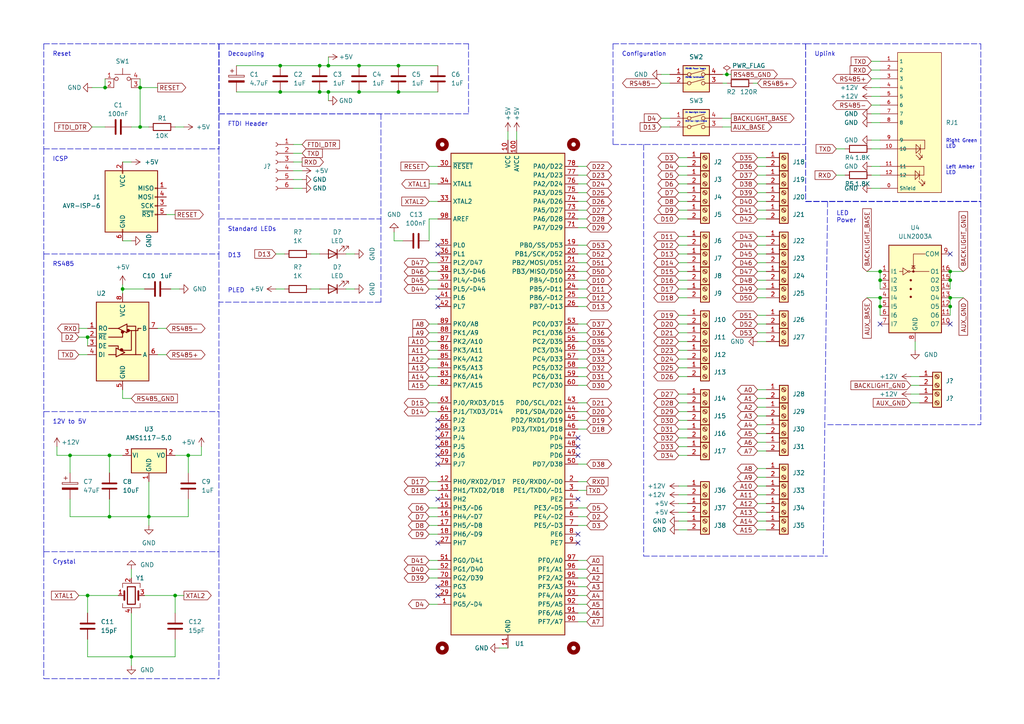
<source format=kicad_sch>
(kicad_sch (version 20211123) (generator eeschema)
  (paper "A4")
  (title_block (title "DCS-BIOS Mega Slave") (date "2022-08-29") (rev "1") (company "Maciej Swic"))
  (junction (at 81.28 19.05))
  (junction (at 255.27 86.36))
  (junction (at 30.48 25.4))
  (junction (at 275.59 81.28))
  (junction (at 275.59 88.9))
  (junction (at 20.32 132.08))
  (junction (at 25.4 172.72))
  (junction (at 104.14 19.05))
  (junction (at 43.18 149.86))
  (junction (at 31.75 132.08))
  (junction (at 115.57 26.67))
  (junction (at 275.59 86.36))
  (junction (at 275.59 78.74))
  (junction (at 95.25 26.67))
  (junction (at 115.57 19.05))
  (junction (at 255.27 81.28))
  (junction (at 92.71 19.05))
  (junction (at 255.27 88.9))
  (junction (at 92.71 26.67))
  (junction (at 25.4 97.79))
  (junction (at 31.75 149.86))
  (junction (at 35.56 83.82))
  (junction (at 50.8 172.72))
  (junction (at 210.82 21.59))
  (junction (at 40.64 25.4))
  (junction (at 104.14 26.67))
  (junction (at 54.61 132.08))
  (junction (at 38.1 190.5))
  (junction (at 40.64 36.83))
  (junction (at 81.28 26.67))
  (junction (at 255.27 78.74))
  (junction (at 95.25 19.05))
  (no_connect (at 167.64 129.54))
  (no_connect (at 167.64 132.08))
  (no_connect (at 167.64 127))
  (no_connect (at 255.27 93.98))
  (no_connect (at 127 73.66))
  (no_connect (at 127 71.12))
  (no_connect (at 127 86.36))
  (no_connect (at 127 88.9))
  (no_connect (at 127 127))
  (no_connect (at 127 129.54))
  (no_connect (at 127 132.08))
  (no_connect (at 127 134.62))
  (no_connect (at 167.64 144.78))
  (no_connect (at 167.64 154.94))
  (no_connect (at 167.64 157.48))
  (no_connect (at 127 144.78))
  (no_connect (at 127 121.92))
  (no_connect (at 127 124.46))
  (no_connect (at 127 157.48))
  (no_connect (at 127 170.18))
  (no_connect (at 127 172.72))
  (no_connect (at 275.59 93.98))
  (no_connect (at 275.59 73.66))
  (polyline (pts (xy 177.8 12.7) (xy 177.8 41.91)))
  (polyline (pts (xy 135.89 12.7) (xy 135.89 33.02)))
  (wire (pts (xy 191.77 36.83) (xy 194.31 36.83)))
  (wire (pts (xy 43.18 139.7) (xy 43.18 149.86)))
  (wire (pts (xy 196.85 143.51) (xy 199.39 143.51)))
  (wire (pts (xy 95.25 26.67) (xy 104.14 26.67)))
  (wire (pts (xy 219.71 73.66) (xy 222.25 73.66)))
  (wire (pts (xy 251.46 86.36) (xy 255.27 86.36)))
  (wire (pts (xy 252.73 30.48) (xy 255.27 30.48)))
  (polyline (pts (xy 63.5 33.02) (xy 135.89 33.02)))
  (wire (pts (xy 219.71 120.65) (xy 222.25 120.65)))
  (wire (pts (xy 26.67 36.83) (xy 30.48 36.83)))
  (wire (pts (xy 219.71 138.43) (xy 222.25 138.43)))
  (wire (pts (xy 196.85 101.6) (xy 199.39 101.6)))
  (polyline (pts (xy 186.69 41.91) (xy 186.69 161.29)))
  (wire (pts (xy 252.73 43.18) (xy 255.27 43.18)))
  (wire (pts (xy 45.72 95.25) (xy 48.26 95.25)))
  (wire (pts (xy 20.32 149.86) (xy 31.75 149.86)))
  (wire (pts (xy 252.73 35.56) (xy 255.27 35.56)))
  (wire (pts (xy 255.27 81.28) (xy 255.27 83.82)))
  (wire (pts (xy 219.71 63.5) (xy 222.25 63.5)))
  (wire (pts (xy 167.64 71.12) (xy 170.18 71.12)))
  (wire (pts (xy 127 111.76) (xy 124.46 111.76)))
  (wire (pts (xy 196.85 109.22) (xy 199.39 109.22)))
  (wire (pts (xy 167.64 55.88) (xy 170.18 55.88)))
  (wire (pts (xy 219.71 48.26) (xy 222.25 48.26)))
  (wire (pts (xy 196.85 50.8) (xy 199.39 50.8)))
  (wire (pts (xy 40.64 25.4) (xy 40.64 36.83)))
  (wire (pts (xy 219.71 125.73) (xy 222.25 125.73)))
  (wire (pts (xy 275.59 88.9) (xy 275.59 91.44)))
  (wire (pts (xy 124.46 162.56) (xy 127 162.56)))
  (wire (pts (xy 170.18 142.24) (xy 167.64 142.24)))
  (wire (pts (xy 124.46 165.1) (xy 127 165.1)))
  (wire (pts (xy 31.75 132.08) (xy 31.75 137.16)))
  (wire (pts (xy 40.64 22.86) (xy 40.64 25.4)))
  (wire (pts (xy 20.32 132.08) (xy 20.32 137.16)))
  (wire (pts (xy 219.71 83.82) (xy 222.25 83.82)))
  (wire (pts (xy 167.64 88.9) (xy 170.18 88.9)))
  (wire (pts (xy 35.56 113.03) (xy 35.56 115.57)))
  (wire (pts (xy 251.46 78.74) (xy 255.27 78.74)))
  (polyline (pts (xy 233.68 58.42) (xy 284.48 58.42)))
  (wire (pts (xy 167.64 165.1) (xy 170.18 165.1)))
  (wire (pts (xy 196.85 129.54) (xy 199.39 129.54)))
  (polyline (pts (xy 63.5 12.7) (xy 63.5 33.02)))
  (wire (pts (xy 40.64 25.4) (xy 45.72 25.4)))
  (wire (pts (xy 167.64 81.28) (xy 170.18 81.28)))
  (wire (pts (xy 196.85 86.36) (xy 199.39 86.36)))
  (wire (pts (xy 31.75 149.86) (xy 43.18 149.86)))
  (wire (pts (xy 196.85 153.67) (xy 199.39 153.67)))
  (wire (pts (xy 26.67 25.4) (xy 30.48 25.4)))
  (wire (pts (xy 219.71 135.89) (xy 222.25 135.89)))
  (wire (pts (xy 255.27 86.36) (xy 255.27 88.9)))
  (wire (pts (xy 167.64 86.36) (xy 170.18 86.36)))
  (wire (pts (xy 252.73 22.86) (xy 255.27 22.86)))
  (wire (pts (xy 68.58 19.05) (xy 81.28 19.05)))
  (wire (pts (xy 25.4 185.42) (xy 25.4 190.5)))
  (wire (pts (xy 196.85 45.72) (xy 199.39 45.72)))
  (wire (pts (xy 219.71 151.13) (xy 222.25 151.13)))
  (wire (pts (xy 219.71 76.2) (xy 222.25 76.2)))
  (polyline (pts (xy 63.5 12.7) (xy 135.89 12.7)))
  (polyline (pts (xy 233.68 12.7) (xy 233.68 58.42)))
  (wire (pts (xy 170.18 147.32) (xy 167.64 147.32)))
  (polyline (pts (xy 63.5 12.7) (xy 63.5 43.18)))
  (polyline (pts (xy 284.48 58.42) (xy 284.48 123.19)))
  (wire (pts (xy 219.71 78.74) (xy 222.25 78.74)))
  (wire (pts (xy 104.14 26.67) (xy 115.57 26.67)))
  (wire (pts (xy 196.85 76.2) (xy 199.39 76.2)))
  (wire (pts (xy 58.42 129.54) (xy 58.42 132.08)))
  (wire (pts (xy 31.75 132.08) (xy 35.56 132.08)))
  (wire (pts (xy 124.46 154.94) (xy 127 154.94)))
  (wire (pts (xy 219.71 143.51) (xy 222.25 143.51)))
  (wire (pts (xy 219.71 148.59) (xy 222.25 148.59)))
  (wire (pts (xy 167.64 66.04) (xy 170.18 66.04)))
  (wire (pts (xy 87.63 49.53) (xy 85.09 49.53)))
  (wire (pts (xy 196.85 58.42) (xy 199.39 58.42)))
  (wire (pts (xy 209.55 34.29) (xy 212.09 34.29)))
  (wire (pts (xy 196.85 73.66) (xy 199.39 73.66)))
  (wire (pts (xy 219.71 53.34) (xy 222.25 53.34)))
  (polyline (pts (xy 110.49 33.02) (xy 110.49 63.5)))
  (wire (pts (xy 50.8 132.08) (xy 54.61 132.08)))
  (wire (pts (xy 219.71 113.03) (xy 222.25 113.03)))
  (wire (pts (xy 81.28 26.67) (xy 92.71 26.67)))
  (wire (pts (xy 252.73 27.94) (xy 255.27 27.94)))
  (wire (pts (xy 80.01 83.82) (xy 82.55 83.82)))
  (wire (pts (xy 167.64 53.34) (xy 170.18 53.34)))
  (wire (pts (xy 196.85 83.82) (xy 199.39 83.82)))
  (wire (pts (xy 50.8 190.5) (xy 38.1 190.5)))
  (wire (pts (xy 219.71 93.98) (xy 222.25 93.98)))
  (wire (pts (xy 196.85 148.59) (xy 199.39 148.59)))
  (wire (pts (xy 124.46 167.64) (xy 127 167.64)))
  (wire (pts (xy 49.53 83.82) (xy 52.07 83.82)))
  (wire (pts (xy 54.61 132.08) (xy 54.61 137.16)))
  (wire (pts (xy 124.46 139.7) (xy 127 139.7)))
  (wire (pts (xy 196.85 106.68) (xy 199.39 106.68)))
  (wire (pts (xy 279.4 86.36) (xy 275.59 86.36)))
  (wire (pts (xy 255.27 88.9) (xy 255.27 91.44)))
  (wire (pts (xy 25.4 172.72) (xy 34.29 172.72)))
  (wire (pts (xy 167.64 162.56) (xy 170.18 162.56)))
  (polyline (pts (xy 63.5 33.02) (xy 110.49 33.02)))
  (polyline (pts (xy 12.7 160.02) (xy 12.7 196.85)))
  (polyline (pts (xy 177.8 12.7) (xy 233.68 12.7)))
  (polyline (pts (xy 12.7 119.38) (xy 12.7 160.02)))
  (wire (pts (xy 22.86 97.79) (xy 25.4 97.79)))
  (wire (pts (xy 124.46 149.86) (xy 127 149.86)))
  (wire (pts (xy 210.82 21.59) (xy 212.09 21.59)))
  (wire (pts (xy 95.25 19.05) (xy 104.14 19.05)))
  (wire (pts (xy 219.71 130.81) (xy 222.25 130.81)))
  (polyline (pts (xy 63.5 43.18) (xy 63.5 73.66)))
  (wire (pts (xy 196.85 71.12) (xy 199.39 71.12)))
  (wire (pts (xy 100.33 83.82) (xy 102.87 83.82)))
  (wire (pts (xy 219.71 68.58) (xy 222.25 68.58)))
  (wire (pts (xy 38.1 36.83) (xy 40.64 36.83)))
  (wire (pts (xy 196.85 63.5) (xy 199.39 63.5)))
  (wire (pts (xy 167.64 101.6) (xy 170.18 101.6)))
  (wire (pts (xy 167.64 99.06) (xy 170.18 99.06)))
  (wire (pts (xy 209.55 36.83) (xy 212.09 36.83)))
  (wire (pts (xy 196.85 48.26) (xy 199.39 48.26)))
  (wire (pts (xy 40.64 36.83) (xy 43.18 36.83)))
  (wire (pts (xy 167.64 63.5) (xy 170.18 63.5)))
  (wire (pts (xy 252.73 40.64) (xy 255.27 40.64)))
  (wire (pts (xy 219.71 96.52) (xy 222.25 96.52)))
  (polyline (pts (xy 284.48 12.7) (xy 284.48 58.42)))
  (wire (pts (xy 167.64 60.96) (xy 170.18 60.96)))
  (polyline (pts (xy 240.03 123.19) (xy 284.48 123.19)))
  (wire (pts (xy 104.14 19.05) (xy 115.57 19.05)))
  (wire (pts (xy 196.85 104.14) (xy 199.39 104.14)))
  (wire (pts (xy 275.59 86.36) (xy 275.59 88.9)))
  (wire (pts (xy 127 81.28) (xy 124.46 81.28)))
  (wire (pts (xy 255.27 78.74) (xy 255.27 81.28)))
  (polyline (pts (xy 12.7 196.85) (xy 63.5 196.85)))
  (polyline (pts (xy 110.49 87.63) (xy 63.5 87.63)))
  (wire (pts (xy 87.63 41.91) (xy 85.09 41.91)))
  (wire (pts (xy 252.73 20.32) (xy 255.27 20.32)))
  (wire (pts (xy 35.56 82.55) (xy 35.56 83.82)))
  (wire (pts (xy 54.61 149.86) (xy 54.61 144.78)))
  (wire (pts (xy 41.91 172.72) (xy 50.8 172.72)))
  (wire (pts (xy 219.71 123.19) (xy 222.25 123.19)))
  (wire (pts (xy 196.85 127) (xy 199.39 127)))
  (wire (pts (xy 196.85 114.3) (xy 199.39 114.3)))
  (wire (pts (xy 279.4 78.74) (xy 275.59 78.74)))
  (wire (pts (xy 167.64 93.98) (xy 170.18 93.98)))
  (wire (pts (xy 48.26 62.23) (xy 50.8 62.23)))
  (wire (pts (xy 31.75 149.86) (xy 31.75 144.78)))
  (wire (pts (xy 124.46 175.26) (xy 127 175.26)))
  (polyline (pts (xy 233.68 58.42) (xy 284.48 58.42)))
  (wire (pts (xy 124.46 142.24) (xy 127 142.24)))
  (wire (pts (xy 209.55 24.13) (xy 210.82 24.13)))
  (polyline (pts (xy 233.68 12.7) (xy 284.48 12.7)))
  (wire (pts (xy 196.85 119.38) (xy 199.39 119.38)))
  (wire (pts (xy 115.57 26.67) (xy 127 26.67)))
  (wire (pts (xy 196.85 151.13) (xy 199.39 151.13)))
  (wire (pts (xy 16.51 132.08) (xy 20.32 132.08)))
  (wire (pts (xy 127 63.5) (xy 124.46 63.5)))
  (wire (pts (xy 196.85 55.88) (xy 199.39 55.88)))
  (wire (pts (xy 196.85 121.92) (xy 199.39 121.92)))
  (wire (pts (xy 219.71 58.42) (xy 222.25 58.42)))
  (wire (pts (xy 219.71 71.12) (xy 222.25 71.12)))
  (wire (pts (xy 219.71 60.96) (xy 222.25 60.96)))
  (wire (pts (xy 95.25 16.51) (xy 95.25 19.05)))
  (wire (pts (xy 167.64 50.8) (xy 170.18 50.8)))
  (wire (pts (xy 90.17 73.66) (xy 92.71 73.66)))
  (wire (pts (xy 196.85 116.84) (xy 199.39 116.84)))
  (wire (pts (xy 127 76.2) (xy 124.46 76.2)))
  (wire (pts (xy 219.71 118.11) (xy 222.25 118.11)))
  (wire (pts (xy 95.25 26.67) (xy 95.25 29.21)))
  (polyline (pts (xy 12.7 12.7) (xy 63.5 12.7)))
  (wire (pts (xy 50.8 172.72) (xy 53.34 172.72)))
  (wire (pts (xy 219.71 24.13) (xy 218.44 24.13)))
  (wire (pts (xy 87.63 46.99) (xy 85.09 46.99)))
  (wire (pts (xy 264.16 116.84) (xy 266.7 116.84)))
  (wire (pts (xy 196.85 60.96) (xy 199.39 60.96)))
  (wire (pts (xy 127 83.82) (xy 124.46 83.82)))
  (wire (pts (xy 252.73 33.02) (xy 255.27 33.02)))
  (wire (pts (xy 114.3 69.85) (xy 114.3 67.31)))
  (polyline (pts (xy 12.7 12.7) (xy 12.7 43.18)))
  (wire (pts (xy 16.51 129.54) (xy 16.51 132.08)))
  (wire (pts (xy 124.46 119.38) (xy 127 119.38)))
  (wire (pts (xy 167.64 106.68) (xy 170.18 106.68)))
  (wire (pts (xy 127 78.74) (xy 124.46 78.74)))
  (wire (pts (xy 196.85 146.05) (xy 199.39 146.05)))
  (polyline (pts (xy 12.7 73.66) (xy 12.7 119.38)))
  (wire (pts (xy 20.32 132.08) (xy 31.75 132.08)))
  (wire (pts (xy 196.85 53.34) (xy 199.39 53.34)))
  (wire (pts (xy 87.63 52.07) (xy 85.09 52.07)))
  (wire (pts (xy 80.01 73.66) (xy 82.55 73.66)))
  (wire (pts (xy 167.64 121.92) (xy 170.18 121.92)))
  (wire (pts (xy 196.85 93.98) (xy 199.39 93.98)))
  (wire (pts (xy 170.18 149.86) (xy 167.64 149.86)))
  (wire (pts (xy 196.85 81.28) (xy 199.39 81.28)))
  (wire (pts (xy 100.33 73.66) (xy 102.87 73.66)))
  (wire (pts (xy 127 99.06) (xy 124.46 99.06)))
  (wire (pts (xy 124.46 53.34) (xy 127 53.34)))
  (wire (pts (xy 167.64 96.52) (xy 170.18 96.52)))
  (wire (pts (xy 124.46 58.42) (xy 127 58.42)))
  (wire (pts (xy 50.8 185.42) (xy 50.8 190.5)))
  (polyline (pts (xy 12.7 73.66) (xy 63.5 73.66)))
  (wire (pts (xy 87.63 54.61) (xy 85.09 54.61)))
  (wire (pts (xy 219.71 45.72) (xy 222.25 45.72)))
  (wire (pts (xy 167.64 124.46) (xy 170.18 124.46)))
  (polyline (pts (xy 233.68 12.7) (xy 233.68 58.42)))
  (wire (pts (xy 252.73 17.78) (xy 255.27 17.78)))
  (wire (pts (xy 196.85 124.46) (xy 199.39 124.46)))
  (wire (pts (xy 30.48 22.86) (xy 30.48 25.4)))
  (wire (pts (xy 196.85 96.52) (xy 199.39 96.52)))
  (wire (pts (xy 167.64 48.26) (xy 170.18 48.26)))
  (wire (pts (xy 252.73 48.26) (xy 255.27 48.26)))
  (polyline (pts (xy 233.68 58.42) (xy 284.48 58.42)))
  (wire (pts (xy 167.64 119.38) (xy 170.18 119.38)))
  (wire (pts (xy 43.18 149.86) (xy 54.61 149.86)))
  (wire (pts (xy 167.64 170.18) (xy 170.18 170.18)))
  (wire (pts (xy 147.32 38.1) (xy 147.32 40.64)))
  (wire (pts (xy 92.71 19.05) (xy 95.25 19.05)))
  (wire (pts (xy 43.18 149.86) (xy 43.18 152.4)))
  (polyline (pts (xy 63.5 160.02) (xy 63.5 196.85)))
  (wire (pts (xy 167.64 104.14) (xy 170.18 104.14)))
  (wire (pts (xy 167.64 172.72) (xy 170.18 172.72)))
  (wire (pts (xy 170.18 152.4) (xy 167.64 152.4)))
  (wire (pts (xy 196.85 140.97) (xy 199.39 140.97)))
  (wire (pts (xy 90.17 83.82) (xy 92.71 83.82)))
  (polyline (pts (xy 186.69 161.29) (xy 240.03 161.29)))
  (wire (pts (xy 219.71 81.28) (xy 222.25 81.28)))
  (wire (pts (xy 35.56 83.82) (xy 35.56 85.09)))
  (wire (pts (xy 264.16 109.22) (xy 266.7 109.22)))
  (wire (pts (xy 22.86 172.72) (xy 25.4 172.72)))
  (polyline (pts (xy 63.5 73.66) (xy 63.5 119.38)))
  (wire (pts (xy 196.85 68.58) (xy 199.39 68.58)))
  (wire (pts (xy 167.64 180.34) (xy 170.18 180.34)))
  (wire (pts (xy 38.1 190.5) (xy 38.1 193.04)))
  (wire (pts (xy 167.64 134.62) (xy 170.18 134.62)))
  (wire (pts (xy 219.71 50.8) (xy 222.25 50.8)))
  (wire (pts (xy 124.46 152.4) (xy 127 152.4)))
  (wire (pts (xy 196.85 99.06) (xy 199.39 99.06)))
  (wire (pts (xy 149.86 38.1) (xy 149.86 40.64)))
  (polyline (pts (xy 63.5 119.38) (xy 63.5 160.02)))
  (wire (pts (xy 219.71 55.88) (xy 222.25 55.88)))
  (wire (pts (xy 252.73 25.4) (xy 255.27 25.4)))
  (wire (pts (xy 35.56 115.57) (xy 38.1 115.57)))
  (wire (pts (xy 264.16 111.76) (xy 266.7 111.76)))
  (wire (pts (xy 115.57 19.05) (xy 127 19.05)))
  (wire (pts (xy 167.64 58.42) (xy 170.18 58.42)))
  (polyline (pts (xy 12.7 160.02) (xy 63.5 160.02)))
  (wire (pts (xy 22.86 95.25) (xy 25.4 95.25)))
  (wire (pts (xy 219.71 140.97) (xy 222.25 140.97)))
  (wire (pts (xy 242.57 43.18) (xy 245.11 43.18)))
  (wire (pts (xy 219.71 99.06) (xy 222.25 99.06)))
  (wire (pts (xy 191.77 24.13) (xy 194.31 24.13)))
  (wire (pts (xy 219.71 91.44) (xy 222.25 91.44)))
  (wire (pts (xy 242.57 50.8) (xy 245.11 50.8)))
  (wire (pts (xy 219.71 153.67) (xy 222.25 153.67)))
  (wire (pts (xy 127 101.6) (xy 124.46 101.6)))
  (wire (pts (xy 265.43 99.06) (xy 265.43 101.6)))
  (wire (pts (xy 124.46 147.32) (xy 127 147.32)))
  (wire (pts (xy 22.86 102.87) (xy 25.4 102.87)))
  (wire (pts (xy 127 104.14) (xy 124.46 104.14)))
  (wire (pts (xy 25.4 172.72) (xy 25.4 177.8)))
  (wire (pts (xy 167.64 78.74) (xy 170.18 78.74)))
  (wire (pts (xy 127 96.52) (xy 124.46 96.52)))
  (wire (pts (xy 127 109.22) (xy 124.46 109.22)))
  (polyline (pts (xy 12.7 119.38) (xy 63.5 119.38)))
  (wire (pts (xy 167.64 73.66) (xy 170.18 73.66)))
  (wire (pts (xy 170.18 139.7) (xy 167.64 139.7)))
  (wire (pts (xy 196.85 91.44) (xy 199.39 91.44)))
  (wire (pts (xy 127 93.98) (xy 124.46 93.98)))
  (wire (pts (xy 124.46 63.5) (xy 124.46 69.85)))
  (wire (pts (xy 127 106.68) (xy 124.46 106.68)))
  (polyline (pts (xy 12.7 43.18) (xy 63.5 43.18)))
  (wire (pts (xy 167.64 76.2) (xy 170.18 76.2)))
  (wire (pts (xy 191.77 34.29) (xy 194.31 34.29)))
  (wire (pts (xy 124.46 48.26) (xy 127 48.26)))
  (wire (pts (xy 35.56 69.85) (xy 38.1 69.85)))
  (polyline (pts (xy 12.7 43.18) (xy 12.7 73.66)))
  (wire (pts (xy 219.71 128.27) (xy 222.25 128.27)))
  (wire (pts (xy 196.85 78.74) (xy 199.39 78.74)))
  (wire (pts (xy 38.1 165.1) (xy 38.1 167.64)))
  (wire (pts (xy 219.71 115.57) (xy 222.25 115.57)))
  (wire (pts (xy 219.71 86.36) (xy 222.25 86.36)))
  (wire (pts (xy 196.85 132.08) (xy 199.39 132.08)))
  (wire (pts (xy 54.61 132.08) (xy 58.42 132.08)))
  (wire (pts (xy 144.78 187.96) (xy 147.32 187.96)))
  (wire (pts (xy 81.28 19.05) (xy 92.71 19.05)))
  (wire (pts (xy 219.71 146.05) (xy 222.25 146.05)))
  (wire (pts (xy 167.64 116.84) (xy 170.18 116.84)))
  (polyline (pts (xy 177.8 41.91) (xy 233.68 41.91)))
  (polyline (pts (xy 240.03 58.42) (xy 238.76 161.29)))
  (wire (pts (xy 35.56 83.82) (xy 41.91 83.82)))
  (wire (pts (xy 25.4 190.5) (xy 38.1 190.5)))
  (wire (pts (xy 252.73 50.8) (xy 255.27 50.8)))
  (polyline (pts (xy 110.49 63.5) (xy 110.49 87.63)))
  (wire (pts (xy 50.8 172.72) (xy 50.8 177.8)))
  (wire (pts (xy 20.32 144.78) (xy 20.32 149.86)))
  (wire (pts (xy 191.77 21.59) (xy 194.31 21.59)))
  (wire (pts (xy 116.84 69.85) (xy 114.3 69.85)))
  (wire (pts (xy 167.64 175.26) (xy 170.18 175.26)))
  (wire (pts (xy 167.64 177.8) (xy 170.18 177.8)))
  (wire (pts (xy 25.4 97.79) (xy 25.4 100.33)))
  (wire (pts (xy 275.59 78.74) (xy 275.59 81.28)))
  (wire (pts (xy 124.46 116.84) (xy 127 116.84)))
  (wire (pts (xy 209.55 21.59) (xy 210.82 21.59)))
  (wire (pts (xy 68.58 26.67) (xy 81.28 26.67)))
  (wire (pts (xy 53.34 36.83) (xy 50.8 36.83)))
  (wire (pts (xy 167.64 111.76) (xy 170.18 111.76)))
  (wire (pts (xy 38.1 177.8) (xy 38.1 190.5)))
  (wire (pts (xy 87.63 44.45) (xy 85.09 44.45)))
  (polyline (pts (xy 63.5 63.5) (xy 110.49 63.5)))
  (wire (pts (xy 264.16 114.3) (xy 266.7 114.3)))
  (wire (pts (xy 167.64 83.82) (xy 170.18 83.82)))
  (wire (pts (xy 45.72 102.87) (xy 48.26 102.87)))
  (wire (pts (xy 167.64 167.64) (xy 170.18 167.64)))
  (wire (pts (xy 92.71 26.67) (xy 95.25 26.67)))
  (wire (pts (xy 167.64 109.22) (xy 170.18 109.22)))
  (wire (pts (xy 275.59 81.28) (xy 275.59 83.82)))
  (polyline (pts (xy 63.5 12.7) (xy 63.5 43.18)))
  (wire (pts (xy 38.1 46.99) (xy 35.56 46.99)))
  (wire (pts (xy 252.73 54.61) (xy 255.27 54.61)))
  (text "RS485" (at 15.24 77.47 0) (effects (font (size 1.27 1.27)) (justify left bottom)))
  (text "Reset" (at 15.24 16.51 0) (effects (font (size 1.27 1.27)) (justify left bottom)))
  (text "LED\nPower" (at 242.57 64.77 0) (effects (font (size 1.27 1.27)) (justify left bottom)))
  (text "Right Green\nLED" (at 274.32 43.18 0) (effects (font (size 1.016 1.016)) (justify left bottom)))
  (text "Configuration" (at 180.34 16.51 0) (effects (font (size 1.27 1.27)) (justify left bottom)))
  (text "Crystal" (at 15.24 163.83 0) (effects (font (size 1.27 1.27)) (justify left bottom)))
  (text "Standard LEDs" (at 66.04 67.31 0) (effects (font (size 1.27 1.27)) (justify left bottom)))
  (text "Decoupling" (at 66.04 16.51 0) (effects (font (size 1.27 1.27)) (justify left bottom)))
  (text "Left Amber\nLED" (at 274.32 50.8 0) (effects (font (size 1.016 1.016)) (justify left bottom)))
  (text "RS485 Termination" (at 198.755 22.86 0) (effects (font (size 0.381 0.381)) (justify left bottom)))
  (text "D4 Backlight Enable" (at 198.755 33.02 0) (effects (font (size 0.381 0.381)) (justify left bottom)))
  (text "12V to 5V" (at 15.24 123.19 0) (effects (font (size 1.27 1.27)) (justify left bottom)))
  (text "RS485 Power Toggle" (at 198.755 20.32 0) (effects (font (size 0.381 0.381)) (justify left bottom)))
  (text "Uplink" (at 236.22 16.51 0) (effects (font (size 1.27 1.27)) (justify left bottom)))
  (text "D13 Aux Light Enable" (at 198.755 35.56 0) (effects (font (size 0.381 0.381)) (justify left bottom)))
  (text "D13" (at 66.04 74.93 0) (effects (font (size 1.27 1.27)) (justify left bottom)))
  (text "FTDI Header" (at 66.04 36.83 0) (effects (font (size 1.27 1.27)) (justify left bottom)))
  (text "ICSP" (at 15.24 46.99 0) (effects (font (size 1.27 1.27)) (justify left bottom)))
  (text "PLED" (at 66.04 85.09 0) (effects (font (size 1.27 1.27)) (justify left bottom)))
  (global_label "D34" (shape bidirectional) (at 170.18 101.6 0) (property "Intersheet References" "${INTERSHEET_REFS}" (effects hide)))
  (global_label "A12" (shape input) (at 124.46 104.14 180) (property "Intersheet References" "${INTERSHEET_REFS}" (effects hide)))
  (global_label "D12" (shape bidirectional) (at 196.85 71.12 180) (property "Intersheet References" "${INTERSHEET_REFS}" (effects hide)))
  (global_label "D31" (shape bidirectional) (at 196.85 124.46 180) (property "Intersheet References" "${INTERSHEET_REFS}" (effects hide)))
  (global_label "RXD" (shape output) (at 22.86 95.25 180) (property "Intersheet References" "${INTERSHEET_REFS}" (effects hide)))
  (global_label "RXD" (shape input) (at 242.57 50.8 180) (property "Intersheet References" "${INTERSHEET_REFS}" (effects hide)))
  (global_label "XTAL1" (shape input) (at 22.86 172.72 180) (property "Intersheet References" "${INTERSHEET_REFS}" (effects hide)))
  (global_label "D13" (shape bidirectional) (at 196.85 73.66 180) (property "Intersheet References" "${INTERSHEET_REFS}" (effects hide)))
  (global_label "D13" (shape input) (at 80.01 73.66 180) (property "Intersheet References" "${INTERSHEET_REFS}" (effects hide)))
  (global_label "A2" (shape input) (at 170.18 167.64 0) (property "Intersheet References" "${INTERSHEET_REFS}" (effects hide)))
  (global_label "D28" (shape bidirectional) (at 196.85 116.84 180) (property "Intersheet References" "${INTERSHEET_REFS}" (effects hide)))
  (global_label "A9" (shape input) (at 124.46 96.52 180) (property "Intersheet References" "${INTERSHEET_REFS}" (effects hide)))
  (global_label "A11" (shape bidirectional) (at 219.71 143.51 180) (property "Intersheet References" "${INTERSHEET_REFS}" (effects hide)))
  (global_label "A6" (shape bidirectional) (at 219.71 128.27 180) (property "Intersheet References" "${INTERSHEET_REFS}" (effects hide)))
  (global_label "A3" (shape input) (at 170.18 170.18 0) (property "Intersheet References" "${INTERSHEET_REFS}" (effects hide)))
  (global_label "D7" (shape bidirectional) (at 124.46 149.86 180) (property "Intersheet References" "${INTERSHEET_REFS}" (effects hide)))
  (global_label "A7" (shape bidirectional) (at 219.71 130.81 180) (property "Intersheet References" "${INTERSHEET_REFS}" (effects hide)))
  (global_label "D25" (shape bidirectional) (at 170.18 55.88 0) (property "Intersheet References" "${INTERSHEET_REFS}" (effects hide)))
  (global_label "D36" (shape bidirectional) (at 170.18 96.52 0) (property "Intersheet References" "${INTERSHEET_REFS}" (effects hide)))
  (global_label "AUX_GND" (shape input) (at 264.16 116.84 180) (property "Intersheet References" "${INTERSHEET_REFS}" (effects hide)))
  (global_label "D21" (shape bidirectional) (at 170.18 116.84 0) (property "Intersheet References" "${INTERSHEET_REFS}" (effects hide)))
  (global_label "D27" (shape bidirectional) (at 196.85 114.3 180) (property "Intersheet References" "${INTERSHEET_REFS}" (effects hide)))
  (global_label "D53" (shape bidirectional) (at 170.18 71.12 0) (property "Intersheet References" "${INTERSHEET_REFS}" (effects hide)))
  (global_label "A8" (shape input) (at 124.46 93.98 180) (property "Intersheet References" "${INTERSHEET_REFS}" (effects hide)))
  (global_label "D18" (shape bidirectional) (at 124.46 142.24 180) (property "Intersheet References" "${INTERSHEET_REFS}" (effects hide)))
  (global_label "A14" (shape bidirectional) (at 219.71 151.13 180) (property "Intersheet References" "${INTERSHEET_REFS}" (effects hide)))
  (global_label "RS485-" (shape bidirectional) (at 48.26 95.25 0) (property "Intersheet References" "${INTERSHEET_REFS}" (effects hide)))
  (global_label "D46" (shape bidirectional) (at 124.46 78.74 180) (property "Intersheet References" "${INTERSHEET_REFS}" (effects hide)))
  (global_label "D44" (shape bidirectional) (at 219.71 71.12 180) (property "Intersheet References" "${INTERSHEET_REFS}" (effects hide)))
  (global_label "AUX_GND" (shape input) (at 279.4 86.36 270) (property "Intersheet References" "${INTERSHEET_REFS}" (effects hide)))
  (global_label "A5" (shape bidirectional) (at 219.71 125.73 180) (property "Intersheet References" "${INTERSHEET_REFS}" (effects hide)))
  (global_label "D15" (shape bidirectional) (at 124.46 116.84 180) (property "Intersheet References" "${INTERSHEET_REFS}" (effects hide)))
  (global_label "A13" (shape input) (at 124.46 106.68 180) (property "Intersheet References" "${INTERSHEET_REFS}" (effects hide)))
  (global_label "D47" (shape bidirectional) (at 219.71 78.74 180) (property "Intersheet References" "${INTERSHEET_REFS}" (effects hide)))
  (global_label "BACKLIGHT_GND" (shape input) (at 279.4 78.74 90) (property "Intersheet References" "${INTERSHEET_REFS}" (effects hide)))
  (global_label "TXD" (shape input) (at 252.73 17.78 180) (property "Intersheet References" "${INTERSHEET_REFS}" (effects hide)))
  (global_label "D50" (shape bidirectional) (at 219.71 86.36 180) (property "Intersheet References" "${INTERSHEET_REFS}" (effects hide)))
  (global_label "D33" (shape bidirectional) (at 170.18 104.14 0) (property "Intersheet References" "${INTERSHEET_REFS}" (effects hide)))
  (global_label "D52" (shape bidirectional) (at 219.71 93.98 180) (property "Intersheet References" "${INTERSHEET_REFS}" (effects hide)))
  (global_label "A15" (shape input) (at 124.46 111.76 180) (property "Intersheet References" "${INTERSHEET_REFS}" (effects hide)))
  (global_label "TXD" (shape input) (at 22.86 102.87 180) (property "Intersheet References" "${INTERSHEET_REFS}" (effects hide)))
  (global_label "D40" (shape bidirectional) (at 219.71 58.42 180) (property "Intersheet References" "${INTERSHEET_REFS}" (effects hide)))
  (global_label "TXD" (shape output) (at 170.18 142.24 0) (property "Intersheet References" "${INTERSHEET_REFS}" (effects hide)))
  (global_label "A2" (shape bidirectional) (at 219.71 118.11 180) (property "Intersheet References" "${INTERSHEET_REFS}" (effects hide)))
  (global_label "RESET" (shape output) (at 45.72 25.4 0) (property "Intersheet References" "${INTERSHEET_REFS}" (effects hide)))
  (global_label "D53" (shape bidirectional) (at 219.71 96.52 180) (property "Intersheet References" "${INTERSHEET_REFS}" (effects hide)))
  (global_label "TXD" (shape input) (at 242.57 43.18 180) (property "Intersheet References" "${INTERSHEET_REFS}" (effects hide)))
  (global_label "RXD" (shape input) (at 252.73 20.32 180) (property "Intersheet References" "${INTERSHEET_REFS}" (effects hide)))
  (global_label "D29" (shape bidirectional) (at 196.85 119.38 180) (property "Intersheet References" "${INTERSHEET_REFS}" (effects hide)))
  (global_label "A7" (shape input) (at 170.18 180.34 0) (property "Intersheet References" "${INTERSHEET_REFS}" (effects hide)))
  (global_label "D24" (shape bidirectional) (at 170.18 53.34 0) (property "Intersheet References" "${INTERSHEET_REFS}" (effects hide)))
  (global_label "D14" (shape bidirectional) (at 196.85 76.2 180) (property "Intersheet References" "${INTERSHEET_REFS}" (effects hide)))
  (global_label "A4" (shape bidirectional) (at 219.71 123.19 180) (property "Intersheet References" "${INTERSHEET_REFS}" (effects hide)))
  (global_label "D39" (shape bidirectional) (at 219.71 55.88 180) (property "Intersheet References" "${INTERSHEET_REFS}" (effects hide)))
  (global_label "D38" (shape bidirectional) (at 170.18 134.62 0) (property "Intersheet References" "${INTERSHEET_REFS}" (effects hide)))
  (global_label "D13" (shape input) (at 191.77 36.83 180) (property "Intersheet References" "${INTERSHEET_REFS}" (effects hide)))
  (global_label "A6" (shape input) (at 170.18 177.8 0) (property "Intersheet References" "${INTERSHEET_REFS}" (effects hide)))
  (global_label "D46" (shape bidirectional) (at 219.71 76.2 180) (property "Intersheet References" "${INTERSHEET_REFS}" (effects hide)))
  (global_label "AUX_BASE" (shape input) (at 251.46 86.36 270) (property "Intersheet References" "${INTERSHEET_REFS}" (effects hide)))
  (global_label "D26" (shape bidirectional) (at 170.18 58.42 0) (property "Intersheet References" "${INTERSHEET_REFS}" (effects hide)))
  (global_label "XTAL1" (shape output) (at 124.46 53.34 180) (property "Intersheet References" "${INTERSHEET_REFS}" (effects hide)))
  (global_label "D51" (shape bidirectional) (at 219.71 91.44 180) (property "Intersheet References" "${INTERSHEET_REFS}" (effects hide)))
  (global_label "A1" (shape input) (at 170.18 165.1 0) (property "Intersheet References" "${INTERSHEET_REFS}" (effects hide)))
  (global_label "D8" (shape bidirectional) (at 124.46 152.4 180) (property "Intersheet References" "${INTERSHEET_REFS}" (effects hide)))
  (global_label "D10" (shape bidirectional) (at 196.85 63.5 180) (property "Intersheet References" "${INTERSHEET_REFS}" (effects hide)))
  (global_label "D35" (shape bidirectional) (at 170.18 99.06 0) (property "Intersheet References" "${INTERSHEET_REFS}" (effects hide)))
  (global_label "D23" (shape bidirectional) (at 196.85 101.6 180) (property "Intersheet References" "${INTERSHEET_REFS}" (effects hide)))
  (global_label "D48" (shape bidirectional) (at 219.71 81.28 180) (property "Intersheet References" "${INTERSHEET_REFS}" (effects hide)))
  (global_label "A10" (shape input) (at 124.46 99.06 180) (property "Intersheet References" "${INTERSHEET_REFS}" (effects hide)))
  (global_label "XTAL2" (shape output) (at 53.34 172.72 0) (property "Intersheet References" "${INTERSHEET_REFS}" (effects hide)))
  (global_label "D30" (shape bidirectional) (at 196.85 121.92 180) (property "Intersheet References" "${INTERSHEET_REFS}" (effects hide)))
  (global_label "D28" (shape bidirectional) (at 170.18 63.5 0) (property "Intersheet References" "${INTERSHEET_REFS}" (effects hide)))
  (global_label "D52" (shape bidirectional) (at 170.18 73.66 0) (property "Intersheet References" "${INTERSHEET_REFS}" (effects hide)))
  (global_label "D42" (shape bidirectional) (at 219.71 63.5 180) (property "Intersheet References" "${INTERSHEET_REFS}" (effects hide)))
  (global_label "RS485+" (shape bidirectional) (at 219.71 24.13 0) (property "Intersheet References" "${INTERSHEET_REFS}" (effects hide)))
  (global_label "D5" (shape bidirectional) (at 170.18 147.32 0) (property "Intersheet References" "${INTERSHEET_REFS}" (effects hide)))
  (global_label "D25" (shape bidirectional) (at 196.85 106.68 180) (property "Intersheet References" "${INTERSHEET_REFS}" (effects hide)))
  (global_label "D32" (shape bidirectional) (at 170.18 106.68 0) (property "Intersheet References" "${INTERSHEET_REFS}" (effects hide)))
  (global_label "A0" (shape input) (at 170.18 162.56 0) (property "Intersheet References" "${INTERSHEET_REFS}" (effects hide)))
  (global_label "D9" (shape bidirectional) (at 124.46 154.94 180) (property "Intersheet References" "${INTERSHEET_REFS}" (effects hide)))
  (global_label "D4" (shape input) (at 191.77 34.29 180) (property "Intersheet References" "${INTERSHEET_REFS}" (effects hide)))
  (global_label "RS485-" (shape bidirectional) (at 191.77 24.13 180) (property "Intersheet References" "${INTERSHEET_REFS}" (effects hide)))
  (global_label "FTDI_DTR" (shape input) (at 26.67 36.83 180) (property "Intersheet References" "${INTERSHEET_REFS}" (effects hide)))
  (global_label "D6" (shape bidirectional) (at 196.85 53.34 180) (property "Intersheet References" "${INTERSHEET_REFS}" (effects hide)))
  (global_label "D49" (shape bidirectional) (at 219.71 83.82 180) (property "Intersheet References" "${INTERSHEET_REFS}" (effects hide)))
  (global_label "D33" (shape bidirectional) (at 196.85 129.54 180) (property "Intersheet References" "${INTERSHEET_REFS}" (effects hide)))
  (global_label "RS485-" (shape bidirectional) (at 252.73 30.48 180) (property "Intersheet References" "${INTERSHEET_REFS}" (effects hide)))
  (global_label "TXD" (shape input) (at 87.63 44.45 0) (property "Intersheet References" "${INTERSHEET_REFS}" (effects hide)))
  (global_label "D19" (shape bidirectional) (at 170.18 121.92 0) (property "Intersheet References" "${INTERSHEET_REFS}" (effects hide)))
  (global_label "D4" (shape bidirectional) (at 124.46 175.26 180) (property "Intersheet References" "${INTERSHEET_REFS}" (effects hide)))
  (global_label "RXD" (shape input) (at 170.18 139.7 0) (property "Intersheet References" "${INTERSHEET_REFS}" (effects hide)))
  (global_label "A10" (shape bidirectional) (at 219.71 140.97 180) (property "Intersheet References" "${INTERSHEET_REFS}" (effects hide)))
  (global_label "D13" (shape bidirectional) (at 170.18 88.9 0) (property "Intersheet References" "${INTERSHEET_REFS}" (effects hide)))
  (global_label "D29" (shape bidirectional) (at 170.18 66.04 0) (property "Intersheet References" "${INTERSHEET_REFS}" (effects hide)))
  (global_label "D18" (shape bidirectional) (at 196.85 86.36 180) (property "Intersheet References" "${INTERSHEET_REFS}" (effects hide)))
  (global_label "D20" (shape bidirectional) (at 196.85 93.98 180) (property "Intersheet References" "${INTERSHEET_REFS}" (effects hide)))
  (global_label "D38" (shape bidirectional) (at 219.71 53.34 180) (property "Intersheet References" "${INTERSHEET_REFS}" (effects hide)))
  (global_label "D43" (shape bidirectional) (at 219.71 68.58 180) (property "Intersheet References" "${INTERSHEET_REFS}" (effects hide)))
  (global_label "D24" (shape bidirectional) (at 196.85 104.14 180) (property "Intersheet References" "${INTERSHEET_REFS}" (effects hide)))
  (global_label "D6" (shape bidirectional) (at 124.46 147.32 180) (property "Intersheet References" "${INTERSHEET_REFS}" (effects hide)))
  (global_label "D2" (shape input) (at 22.86 97.79 180) (property "Intersheet References" "${INTERSHEET_REFS}" (effects hide)))
  (global_label "D12" (shape bidirectional) (at 170.18 86.36 0) (property "Intersheet References" "${INTERSHEET_REFS}" (effects hide)))
  (global_label "D5" (shape bidirectional) (at 196.85 50.8 180) (property "Intersheet References" "${INTERSHEET_REFS}" (effects hide)))
  (global_label "A1" (shape bidirectional) (at 219.71 115.57 180) (property "Intersheet References" "${INTERSHEET_REFS}" (effects hide)))
  (global_label "RESET" (shape input) (at 124.46 48.26 180) (property "Intersheet References" "${INTERSHEET_REFS}" (effects hide)))
  (global_label "D50" (shape bidirectional) (at 170.18 78.74 0) (property "Intersheet References" "${INTERSHEET_REFS}" (effects hide)))
  (global_label "D23" (shape bidirectional) (at 170.18 50.8 0) (property "Intersheet References" "${INTERSHEET_REFS}" (effects hide)))
  (global_label "D9" (shape bidirectional) (at 196.85 60.96 180) (property "Intersheet References" "${INTERSHEET_REFS}" (effects hide)))
  (global_label "D47" (shape bidirectional) (at 124.46 76.2 180) (property "Intersheet References" "${INTERSHEET_REFS}" (effects hide)))
  (global_label "AUX_BASE" (shape output) (at 212.09 36.83 0) (property "Intersheet References" "${INTERSHEET_REFS}" (effects hide)))
  (global_label "BACKLIGHT_BASE" (shape output) (at 212.09 34.29 0) (property "Intersheet References" "${INTERSHEET_REFS}" (effects hide)))
  (global_label "D2" (shape bidirectional) (at 170.18 149.86 0) (property "Intersheet References" "${INTERSHEET_REFS}" (effects hide)))
  (global_label "D19" (shape bidirectional) (at 196.85 91.44 180) (property "Intersheet References" "${INTERSHEET_REFS}" (effects hide)))
  (global_label "A15" (shape bidirectional) (at 219.71 153.67 180) (property "Intersheet References" "${INTERSHEET_REFS}" (effects hide)))
  (global_label "D39" (shape bidirectional) (at 124.46 167.64 180) (property "Intersheet References" "${INTERSHEET_REFS}" (effects hide)))
  (global_label "BACKLIGHT_BASE" (shape input) (at 251.46 78.74 90) (property "Intersheet References" "${INTERSHEET_REFS}" (effects hide)))
  (global_label "D32" (shape bidirectional) (at 196.85 127 180) (property "Intersheet References" "${INTERSHEET_REFS}" (effects hide)))
  (global_label "D26" (shape bidirectional) (at 196.85 109.22 180) (property "Intersheet References" "${INTERSHEET_REFS}" (effects hide)))
  (global_label "D18" (shape bidirectional) (at 170.18 124.46 0) (property "Intersheet References" "${INTERSHEET_REFS}" (effects hide)))
  (global_label "RXD" (shape output) (at 87.63 46.99 0) (property "Intersheet References" "${INTERSHEET_REFS}" (effects hide)))
  (global_label "D7" (shape bidirectional) (at 196.85 55.88 180) (property "Intersheet References" "${INTERSHEET_REFS}" (effects hide)))
  (global_label "D4" (shape bidirectional) (at 196.85 48.26 180) (property "Intersheet References" "${INTERSHEET_REFS}" (effects hide)))
  (global_label "RESET" (shape output) (at 50.8 62.23 0) (property "Intersheet References" "${INTERSHEET_REFS}" (effects hide)))
  (global_label "D51" (shape bidirectional) (at 170.18 76.2 0) (property "Intersheet References" "${INTERSHEET_REFS}" (effects hide)))
  (global_label "D30" (shape bidirectional) (at 170.18 111.76 0) (property "Intersheet References" "${INTERSHEET_REFS}" (effects hide)))
  (global_label "D3" (shape bidirectional) (at 170.18 152.4 0) (property "Intersheet References" "${INTERSHEET_REFS}" (effects hide)))
  (global_label "D41" (shape bidirectional) (at 124.46 162.56 180) (property "Intersheet References" "${INTERSHEET_REFS}" (effects hide)))
  (global_label "D15" (shape bidirectional) (at 196.85 78.74 180) (property "Intersheet References" "${INTERSHEET_REFS}" (effects hide)))
  (global_label "D3" (shape bidirectional) (at 196.85 45.72 180) (property "Intersheet References" "${INTERSHEET_REFS}" (effects hide)))
  (global_label "D35" (shape bidirectional) (at 219.71 45.72 180) (property "Intersheet References" "${INTERSHEET_REFS}" (effects hide)))
  (global_label "D14" (shape bidirectional) (at 124.46 119.38 180) (property "Intersheet References" "${INTERSHEET_REFS}" (effects hide)))
  (global_label "A11" (shape input) (at 124.46 101.6 180) (property "Intersheet References" "${INTERSHEET_REFS}" (effects hide)))
  (global_label "BACKLIGHT_GND" (shape input) (at 264.16 111.76 180) (property "Intersheet References" "${INTERSHEET_REFS}" (effects hide)))
  (global_label "D44" (shape bidirectional) (at 124.46 83.82 180) (property "Intersheet References" "${INTERSHEET_REFS}" (effects hide)))
  (global_label "RS485+" (shape bidirectional) (at 48.26 102.87 0) (property "Intersheet References" "${INTERSHEET_REFS}" (effects hide)))
  (global_label "RS485_GND" (shape input) (at 38.1 115.57 0) (property "Intersheet References" "${INTERSHEET_REFS}" (effects hide)))
  (global_label "D22" (shape bidirectional) (at 170.18 48.26 0) (property "Intersheet References" "${INTERSHEET_REFS}" (effects hide)))
  (global_label "D20" (shape bidirectional) (at 170.18 119.38 0) (property "Intersheet References" "${INTERSHEET_REFS}" (effects hide)))
  (global_label "D36" (shape bidirectional) (at 219.71 48.26 180) (property "Intersheet References" "${INTERSHEET_REFS}" (effects hide)))
  (global_label "XTAL2" (shape input) (at 124.46 58.42 180) (property "Intersheet References" "${INTERSHEET_REFS}" (effects hide)))
  (global_label "A13" (shape bidirectional) (at 219.71 148.59 180) (property "Intersheet References" "${INTERSHEET_REFS}" (effects hide)))
  (global_label "D11" (shape bidirectional) (at 170.18 83.82 0) (property "Intersheet References" "${INTERSHEET_REFS}" (effects hide)))
  (global_label "D17" (shape bidirectional) (at 124.46 139.7 180) (property "Intersheet References" "${INTERSHEET_REFS}" (effects hide)))
  (global_label "D45" (shape bidirectional) (at 124.46 81.28 180) (property "Intersheet References" "${INTERSHEET_REFS}" (effects hide)))
  (global_label "D34" (shape bidirectional) (at 196.85 132.08 180) (property "Intersheet References" "${INTERSHEET_REFS}" (effects hide)))
  (global_label "D8" (shape bidirectional) (at 196.85 58.42 180) (property "Intersheet References" "${INTERSHEET_REFS}" (effects hide)))
  (global_label "D40" (shape bidirectional) (at 124.46 165.1 180) (property "Intersheet References" "${INTERSHEET_REFS}" (effects hide)))
  (global_label "A4" (shape input) (at 170.18 172.72 0) (property "Intersheet References" "${INTERSHEET_REFS}" (effects hide)))
  (global_label "D31" (shape bidirectional) (at 170.18 109.22 0) (property "Intersheet References" "${INTERSHEET_REFS}" (effects hide)))
  (global_label "D11" (shape bidirectional) (at 196.85 68.58 180) (property "Intersheet References" "${INTERSHEET_REFS}" (effects hide)))
  (global_label "D22" (shape bidirectional) (at 196.85 99.06 180) (property "Intersheet References" "${INTERSHEET_REFS}" (effects hide)))
  (global_label "A14" (shape input) (at 124.46 109.22 180) (property "Intersheet References" "${INTERSHEET_REFS}" (effects hide)))
  (global_label "D21" (shape bidirectional) (at 196.85 96.52 180) (property "Intersheet References" "${INTERSHEET_REFS}" (effects hide)))
  (global_label "A5" (shape input) (at 170.18 175.26 0) (property "Intersheet References" "${INTERSHEET_REFS}" (effects hide)))
  (global_label "A12" (shape bidirectional) (at 219.71 146.05 180) (property "Intersheet References" "${INTERSHEET_REFS}" (effects hide)))
  (global_label "D27" (shape bidirectional) (at 170.18 60.96 0) (property "Intersheet References" "${INTERSHEET_REFS}" (effects hide)))
  (global_label "FTDI_DTR" (shape input) (at 87.63 41.91 0) (property "Intersheet References" "${INTERSHEET_REFS}" (effects hide)))
  (global_label "D41" (shape bidirectional) (at 219.71 60.96 180) (property "Intersheet References" "${INTERSHEET_REFS}" (effects hide)))
  (global_label "D37" (shape bidirectional) (at 170.18 93.98 0) (property "Intersheet References" "${INTERSHEET_REFS}" (effects hide)))
  (global_label "A3" (shape bidirectional) (at 219.71 120.65 180) (property "Intersheet References" "${INTERSHEET_REFS}" (effects hide)))
  (global_label "A0" (shape bidirectional) (at 219.71 113.03 180) (property "Intersheet References" "${INTERSHEET_REFS}" (effects hide)))
  (global_label "D16" (shape bidirectional) (at 196.85 81.28 180) (property "Intersheet References" "${INTERSHEET_REFS}" (effects hide)))
  (global_label "RS485_GND" (shape output) (at 212.09 21.59 0) (property "Intersheet References" "${INTERSHEET_REFS}" (effects hide)))
  (global_label "RS485+" (shape bidirectional) (at 252.73 22.86 180) (property "Intersheet References" "${INTERSHEET_REFS}" (effects hide)))
  (global_label "A8" (shape bidirectional) (at 219.71 135.89 180) (property "Intersheet References" "${INTERSHEET_REFS}" (effects hide)))
  (global_label "D17" (shape bidirectional) (at 196.85 83.82 180) (property "Intersheet References" "${INTERSHEET_REFS}" (effects hide)))
  (global_label "D45" (shape bidirectional) (at 219.71 73.66 180) (property "Intersheet References" "${INTERSHEET_REFS}" (effects hide)))
  (global_label "A9" (shape bidirectional) (at 219.71 138.43 180) (property "Intersheet References" "${INTERSHEET_REFS}" (effects hide)))
  (global_label "D37" (shape bidirectional) (at 219.71 50.8 180) (property "Intersheet References" "${INTERSHEET_REFS}" (effects hide)))
  (global_label "D10" (shape bidirectional) (at 170.18 81.28 0) (property "Intersheet References" "${INTERSHEET_REFS}" (effects hide)))
  (symbol (lib_id "Device:C") (at 81.28 22.86 0) (unit 1)
    (property "Reference" "C2" (at 85.09 21.5899 0) (effects (justify left)))
    (property "Value" "1uF" (at 85.09 24.1299 0) (effects (justify left)))
    (property "Footprint" "A10 KiCad Libraries:C0402" (effects hide))
    (property "LCSC" "C52923" (effects hide))
  )
  (symbol (lib_id "Connector:Screw_Terminal_01x02") (at 271.78 109.22 0) (unit 1)
    (property "Reference" "J?" (at 274.32 110.4899 0) (effects (justify left)))
    (property "Value" "Screw_Terminal_01x02" (effects hide))
    (property "Footprint" "A10 KiCad Libraries:CONN-TH_WJ126V-5.0-2P" (effects hide))
    (property "LCSC" "C8404" (effects hide))
  )
  (symbol (lib_id "Device:Crystal_GND24") (at 38.1 172.72 0) (unit 1)
    (property "Reference" "Y1" (at 40.64 167.64 0))
    (property "Value" "Crystal_GND24" (effects hide))
    (property "Footprint" "Crystal:Crystal_SMD_3225-4Pin_3.2x2.5mm" (effects hide))
    (property "LCSC" "C13738" (effects hide))
  )
  (symbol (lib_id "power:GND") (at 219.71 99.06 270) (unit 1)
    (property "Reference" "#PWR04" (effects hide))
    (property "Value" "GND" (at 215.9 99.0599 90) (effects (justify right)))
  )
  (symbol (lib_id "power:GND") (at 252.73 35.56 270) (unit 1)
    (property "Reference" "#PWR08" (effects hide))
    (property "Value" "GND" (at 248.92 35.5599 90) (effects (justify right)))
  )
  (symbol (lib_id "Connector:Screw_Terminal_01x02") (at 227.33 140.97 0) (unit 1)
    (property "Reference" "J33" (at 229.87 142.2399 0) (effects (justify left)))
    (property "Value" "Screw_Terminal_01x02" (effects hide))
    (property "Footprint" "A10 KiCad Libraries:CONN-TH_WJ126V-5.0-2P" (effects hide))
    (property "LCSC" "C8404" (effects hide))
  )
  (symbol (lib_id "power:+5V") (at 80.01 83.82 90) (unit 1)
    (property "Reference" "#PWR?" (effects hide))
    (property "Value" "+5V" (at 72.39 83.82 90) (effects (justify right)))
  )
  (symbol (lib_id "Connector:Screw_Terminal_01x02") (at 227.33 135.89 0) (unit 1)
    (property "Reference" "J32" (at 229.87 137.1599 0) (effects (justify left)))
    (property "Value" "Screw_Terminal_01x02" (effects hide))
    (property "Footprint" "A10 KiCad Libraries:CONN-TH_WJ126V-5.0-2P" (effects hide))
    (property "LCSC" "C8404" (effects hide))
  )
  (symbol (lib_id "Device:R") (at 86.36 83.82 90) (unit 1)
    (property "Reference" "R?" (at 86.36 77.47 90))
    (property "Value" "1K" (at 86.36 80.01 90))
    (property "Footprint" "Resistor_SMD:R_0805_2012Metric" (effects hide))
    (property "LCSC" "C17513" (effects hide))
  )
  (symbol (lib_id "Connector:Screw_Terminal_01x02") (at 204.47 119.38 0) (unit 1)
    (property "Reference" "J15" (at 207.01 120.6499 0) (effects (justify left)))
    (property "Value" "Screw_Terminal_01x02" (effects hide))
    (property "Footprint" "A10 KiCad Libraries:CONN-TH_WJ126V-5.0-2P" (effects hide))
    (property "LCSC" "C8404" (effects hide))
  )
  (symbol (lib_id "power:GND") (at 252.73 48.26 270) (unit 1)
    (property "Reference" "#PWR010" (effects hide))
    (property "Value" "GND" (at 248.92 48.2599 90) (effects (justify right)))
  )
  (symbol (lib_id "Device:C") (at 120.65 69.85 90) (unit 1)
    (property "Reference" "C13" (at 120.65 62.23 90))
    (property "Value" "100nF" (at 120.65 64.77 90))
    (property "Footprint" "A10 KiCad Libraries:C0402" (effects hide))
    (property "LCSC" "C1525" (effects hide))
  )
  (symbol (lib_id "power:+5V") (at 35.56 82.55 0) (unit 1)
    (property "Reference" "#PWR?" (effects hide))
    (property "Value" "+5V" (at 35.56 77.47 0))
  )
  (symbol (lib_id "Device:C") (at 50.8 181.61 0) (unit 1)
    (property "Reference" "C12" (at 54.61 180.3399 0) (effects (justify left)))
    (property "Value" "15pF" (at 54.61 182.8799 0) (effects (justify left)))
    (property "Footprint" "A10 KiCad Libraries:C0402" (effects hide))
    (property "LCSC" "C1548" (effects hide))
  )
  (symbol (lib_id "power:GND") (at 265.43 101.6 0) (unit 1)
    (property "Reference" "#PWR?" (effects hide))
    (property "Value" "GND" (at 267.97 102.8699 0) (effects (justify left)))
  )
  (symbol (lib_id "power:GND") (at 38.1 193.04 0) (unit 1)
    (property "Reference" "#PWR?" (effects hide))
    (property "Value" "GND" (at 40.64 194.3099 0) (effects (justify left)))
  )
  (symbol (lib_id "power:GND") (at 95.25 29.21 90) (unit 1)
    (property "Reference" "#PWR02" (effects hide))
    (property "Value" "GND" (at 100.33 29.21 90))
  )
  (symbol (lib_id "Transistor_Array:ULN2003A") (at 265.43 83.82 0) (unit 1)
    (property "Reference" "U4" (at 265.43 66.04 0))
    (property "Value" "ULN2003A" (at 265.43 68.58 0))
    (property "Footprint" "A10 KiCad Libraries:SOP-16_L10.0-W3.9-P1.27-LS6.0-BL" (effects hide))
    (property "Datasheet" "http://www.ti.com/lit/ds/symlink/uln2003a.pdf" (effects hide))
    (property "LCSC" "C7512" (effects hide))
  )
  (symbol (lib_id "Device:R") (at 248.92 43.18 270) (unit 1)
    (property "Reference" "R4" (at 246.38 45.72 90))
    (property "Value" "1.8K" (at 250.19 45.72 90))
    (property "Footprint" "Resistor_SMD:R_0805_2012Metric" (effects hide))
    (property "LCSC" "C17398" (effects hide))
  )
  (symbol (lib_id "Connector:Screw_Terminal_01x02") (at 204.47 83.82 0) (unit 1)
    (property "Reference" "J9" (at 207.01 85.0899 0) (effects (justify left)))
    (property "Value" "Screw_Terminal_01x02" (effects hide))
    (property "Footprint" "A10 KiCad Libraries:CONN-TH_WJ126V-5.0-2P" (effects hide))
    (property "LCSC" "C8404" (effects hide))
  )
  (symbol (lib_id "Mechanical:MountingHole") (at 166.37 187.96 0) (unit 1)
    (property "Reference" "H?" (effects hide))
    (property "Value" "MountingHole" (effects hide))
    (property "Footprint" "MountingHole:MountingHole_3.2mm_M3" (effects hide))
  )
  (symbol (lib_id "power:+5V") (at 149.86 38.1 0) (unit 1)
    (property "Reference" "#PWR?" (effects hide))
    (property "Value" "+5V" (at 149.86 33.02 90))
  )
  (symbol (lib_id "power:GND") (at 252.73 40.64 270) (unit 1)
    (property "Reference" "#PWR09" (effects hide))
    (property "Value" "GND" (at 248.92 40.6399 90) (effects (justify right)))
  )
  (symbol (lib_id "Connector:Screw_Terminal_01x02") (at 204.47 60.96 0) (unit 1)
    (property "Reference" "J5" (at 207.01 62.2299 0) (effects (justify left)))
    (property "Value" "Screw_Terminal_01x02" (effects hide))
    (property "Footprint" "A10 KiCad Libraries:CONN-TH_WJ126V-5.0-2P" (effects hide))
    (property "LCSC" "C8404" (effects hide))
  )
  (symbol (lib_id "Device:C") (at 104.14 22.86 0) (unit 1)
    (property "Reference" "C4" (at 107.95 21.5899 0) (effects (justify left)))
    (property "Value" "1uF" (at 107.95 24.1299 0) (effects (justify left)))
    (property "Footprint" "A10 KiCad Libraries:C0402" (effects hide))
    (property "LCSC" "C52923" (effects hide))
  )
  (symbol (lib_id "power:+5V") (at 53.34 36.83 270) (unit 1)
    (property "Reference" "#PWR?" (effects hide))
    (property "Value" "+5V" (at 60.96 36.83 90) (effects (justify right)))
  )
  (symbol (lib_id "Connector:Screw_Terminal_01x02") (at 227.33 60.96 0) (unit 1)
    (property "Reference" "J21" (at 229.87 62.2299 0) (effects (justify left)))
    (property "Value" "Screw_Terminal_01x02" (effects hide))
    (property "Footprint" "A10 KiCad Libraries:CONN-TH_WJ126V-5.0-2P" (effects hide))
    (property "LCSC" "C8404" (effects hide))
  )
  (symbol (lib_id "Connector:Screw_Terminal_01x02") (at 204.47 55.88 0) (unit 1)
    (property "Reference" "J4" (at 207.01 57.1499 0) (effects (justify left)))
    (property "Value" "Screw_Terminal_01x02" (effects hide))
    (property "Footprint" "A10 KiCad Libraries:CONN-TH_WJ126V-5.0-2P" (effects hide))
    (property "LCSC" "C8404" (effects hide))
  )
  (symbol (lib_id "power:+12V") (at 264.16 109.22 90) (unit 1)
    (property "Reference" "#PWR?" (effects hide))
    (property "Value" "+12V" (at 260.35 109.2199 90) (effects (justify left)))
  )
  (symbol (lib_id "Connector:Screw_Terminal_01x02") (at 227.33 55.88 0) (unit 1)
    (property "Reference" "J20" (at 229.87 57.1499 0) (effects (justify left)))
    (property "Value" "Screw_Terminal_01x02" (effects hide))
    (property "Footprint" "A10 KiCad Libraries:CONN-TH_WJ126V-5.0-2P" (effects hide))
    (property "LCSC" "C8404" (effects hide))
  )
  (symbol (lib_id "power:+12V") (at 196.85 140.97 90) (unit 1)
    (property "Reference" "#PWR012" (effects hide))
    (property "Value" "+12V" (at 193.04 140.9699 90) (effects (justify left)))
  )
  (symbol (lib_id "Device:R") (at 86.36 73.66 90) (unit 1)
    (property "Reference" "R?" (at 86.36 67.31 90))
    (property "Value" "1K" (at 86.36 69.85 90))
    (property "Footprint" "Resistor_SMD:R_0805_2012Metric" (effects hide))
    (property "LCSC" "C17513" (effects hide))
  )
  (symbol (lib_id "Connector:Screw_Terminal_01x02") (at 204.47 68.58 0) (unit 1)
    (property "Reference" "J6" (at 207.01 69.8499 0) (effects (justify left)))
    (property "Value" "Screw_Terminal_01x02" (effects hide))
    (property "Footprint" "A10 KiCad Libraries:CONN-TH_WJ126V-5.0-2P" (effects hide))
    (property "LCSC" "C8404" (effects hide))
  )
  (symbol (lib_id "power:PWR_FLAG") (at 210.82 21.59 0) (unit 1)
    (property "Reference" "#FLG01" (effects hide))
    (property "Value" "PWR_FLAG" (at 217.17 19.05 0))
  )
  (symbol (lib_id "power:GND") (at 43.18 152.4 0) (unit 1)
    (property "Reference" "#PWR?" (effects hide))
    (property "Value" "GND" (at 43.18 157.48 0))
  )
  (symbol (lib_id "A10:MAX487") (at 35.56 99.06 0) (unit 1)
    (property "Reference" "U2" (at 27.94 85.09 0) (effects (justify left)))
    (property "Value" "MAX487ESA+T" (effects hide))
    (property "Footprint" "A10 KiCad Libraries:SOIC-8_L5.0-W4.0-P1.27-LS6.0-BL" (effects hide))
    (property "Datasheet" "https://datasheets.maximintegrated.com/en/ds/MAX1487E-MAX491E.pdf" (effects hide))
    (property "LCSC" "C9953" (effects hide))
  )
  (symbol (lib_id "power:+5V") (at 38.1 46.99 270) (unit 1)
    (property "Reference" "#PWR?" (effects hide))
    (property "Value" "+5V" (at 41.91 46.9899 90) (effects (justify left)))
  )
  (symbol (lib_id "power:GND") (at 102.87 73.66 90) (unit 1)
    (property "Reference" "#PWR?" (effects hide))
    (property "Value" "GND" (at 107.95 73.66 0))
  )
  (symbol (lib_id "Device:C") (at 92.71 22.86 0) (unit 1)
    (property "Reference" "C3" (at 96.52 21.5899 0) (effects (justify left)))
    (property "Value" "1uF" (at 96.52 24.1299 0) (effects (justify left)))
    (property "Footprint" "A10 KiCad Libraries:C0402" (effects hide))
    (property "LCSC" "C52923" (effects hide))
  )
  (symbol (lib_id "Switch:SW_MEC_5E") (at 35.56 25.4 0) (unit 1)
    (property "Reference" "SW1" (at 35.56 17.78 0))
    (property "Value" "SW_MEC_5E" (effects hide))
    (property "Footprint" "A10 KiCad Libraries:SW-SMD_4P-L5.1-W5.1-P3.70-LS6.5-TL-2" (effects hide))
    (property "Datasheet" "http://www.apem.com/int/index.php?controller=attachment&id_attachment=1371" (effects hide))
    (property "LCSC" "C318884" (effects hide))
  )
  (symbol (lib_id "Device:C") (at 31.75 140.97 0) (unit 1)
    (property "Reference" "C8" (at 35.56 139.6999 0) (effects (justify left)))
    (property "Value" "10uF" (at 35.56 142.2399 0) (effects (justify left)))
    (property "Footprint" "A10 KiCad Libraries:C0402" (effects hide))
    (property "LCSC" "C15525" (effects hide))
  )
  (symbol (lib_id "Connector:Screw_Terminal_01x02") (at 204.47 91.44 0) (unit 1)
    (property "Reference" "J10" (at 207.01 92.7099 0) (effects (justify left)))
    (property "Value" "Screw_Terminal_01x02" (effects hide))
    (property "Footprint" "A10 KiCad Libraries:CONN-TH_WJ126V-5.0-2P" (effects hide))
    (property "LCSC" "C8404" (effects hide))
  )
  (symbol (lib_id "Device:C_Polarized") (at 68.58 22.86 0) (unit 1)
    (property "Reference" "C1" (at 72.39 21.59 0) (effects (justify left)))
    (property "Value" "4.7uF" (at 72.39 24.13 0) (effects (justify left)))
    (property "Footprint" "A10 KiCad Libraries:C0805" (effects hide))
    (property "LCSC" "C1779" (effects hide))
  )
  (symbol (lib_id "Connector:Screw_Terminal_01x02") (at 227.33 83.82 0) (unit 1)
    (property "Reference" "J25" (at 229.87 85.0899 0) (effects (justify left)))
    (property "Value" "Screw_Terminal_01x02" (effects hide))
    (property "Footprint" "A10 KiCad Libraries:CONN-TH_WJ126V-5.0-2P" (effects hide))
    (property "LCSC" "C8404" (effects hide))
  )
  (symbol (lib_id "power:GND") (at 191.77 21.59 270) (unit 1)
    (property "Reference" "#PWR03" (effects hide))
    (property "Value" "GND" (at 187.96 21.5899 90) (effects (justify right)))
  )
  (symbol (lib_id "power:GND") (at 144.78 187.96 270) (unit 1)
    (property "Reference" "#PWR?" (effects hide))
    (property "Value" "GND" (at 139.7 187.96 90))
  )
  (symbol (lib_id "power:+12V") (at 264.16 114.3 90) (unit 1)
    (property "Reference" "#PWR?" (effects hide))
    (property "Value" "+12V" (at 260.35 114.2999 90) (effects (justify left)))
  )
  (symbol (lib_id "Connector:Screw_Terminal_01x02") (at 227.33 151.13 0) (unit 1)
    (property "Reference" "J35" (at 229.87 152.3999 0) (effects (justify left)))
    (property "Value" "Screw_Terminal_01x02" (effects hide))
    (property "Footprint" "A10 KiCad Libraries:CONN-TH_WJ126V-5.0-2P" (effects hide))
    (property "LCSC" "C8404" (effects hide))
  )
  (symbol (lib_id "Connector:Screw_Terminal_01x02") (at 204.47 45.72 0) (unit 1)
    (property "Reference" "J2" (at 207.01 46.9899 0) (effects (justify left)))
    (property "Value" "Screw_Terminal_01x02" (effects hide))
    (property "Footprint" "A10 KiCad Libraries:CONN-TH_WJ126V-5.0-2P" (effects hide))
    (property "LCSC" "C8404" (effects hide))
  )
  (symbol (lib_id "Connector:Screw_Terminal_01x02") (at 204.47 106.68 0) (unit 1)
    (property "Reference" "J13" (at 207.01 107.9499 0) (effects (justify left)))
    (property "Value" "Screw_Terminal_01x02" (effects hide))
    (property "Footprint" "A10 KiCad Libraries:CONN-TH_WJ126V-5.0-2P" (effects hide))
    (property "LCSC" "C8404" (effects hide))
  )
  (symbol (lib_id "power:GND") (at 196.85 151.13 270) (unit 1)
    (property "Reference" "#PWR016" (effects hide))
    (property "Value" "GND" (at 189.23 151.13 90) (effects (justify left)))
  )
  (symbol (lib_id "power:GND") (at 252.73 33.02 270) (unit 1)
    (property "Reference" "#PWR07" (effects hide))
    (property "Value" "GND" (at 248.92 33.0199 90) (effects (justify right)))
  )
  (symbol (lib_id "Mechanical:MountingHole") (at 128.27 187.96 0) (unit 1)
    (property "Reference" "H?" (effects hide))
    (property "Value" "MountingHole" (effects hide))
    (property "Footprint" "MountingHole:MountingHole_3.2mm_M3" (effects hide))
  )
  (symbol (lib_id "power:+12V") (at 252.73 25.4 90) (unit 1)
    (property "Reference" "#PWR05" (effects hide))
    (property "Value" "+12V" (at 248.92 25.3999 90) (effects (justify left)))
  )
  (symbol (lib_id "power:+5V") (at 147.32 38.1 0) (unit 1)
    (property "Reference" "#PWR?" (effects hide))
    (property "Value" "+5V" (at 147.32 33.02 90))
  )
  (symbol (lib_id "Device:C_Polarized") (at 20.32 140.97 0) (unit 1)
    (property "Reference" "C7" (at 24.13 139.7 0) (effects (justify left)))
    (property "Value" "47uF" (at 24.13 142.24 0) (effects (justify left)))
    (property "Footprint" "Capacitor_SMD:CP_Elec_5x5.4" (effects hide))
    (property "LCSC" "C96178" (effects hide))
  )
  (symbol (lib_id "power:GND") (at 252.73 54.61 270) (unit 1)
    (property "Reference" "#PWR011" (effects hide))
    (property "Value" "GND" (at 248.92 54.6099 90) (effects (justify right)))
  )
  (symbol (lib_id "Device:LED") (at 96.52 73.66 180) (unit 1)
    (property "Reference" "D?" (at 97.79 67.31 0))
    (property "Value" "LED" (at 97.79 69.85 0))
    (property "Footprint" "LED_SMD:LED_0603_1608Metric" (effects hide))
    (property "LCSC" "C72041" (effects hide))
  )
  (symbol (lib_id "Connector:Screw_Terminal_01x02") (at 204.47 114.3 0) (unit 1)
    (property "Reference" "J14" (at 207.01 115.5699 0) (effects (justify left)))
    (property "Value" "Screw_Terminal_01x02" (effects hide))
    (property "Footprint" "A10 KiCad Libraries:CONN-TH_WJ126V-5.0-2P" (effects hide))
    (property "LCSC" "C8404" (effects hide))
  )
  (symbol (lib_id "Connector:Screw_Terminal_01x02") (at 204.47 151.13 0) (unit 1)
    (property "Reference" "J38" (at 207.01 152.3999 0) (effects (justify left)))
    (property "Value" "Screw_Terminal_01x02" (effects hide))
    (property "Footprint" "A10 KiCad Libraries:CONN-TH_WJ126V-5.0-2P" (effects hide))
    (property "LCSC" "C8404" (effects hide))
  )
  (symbol (lib_id "Connector:Conn_01x06_Female") (at 80.01 46.99 0) (mirror y) (unit 1)
    (property "Reference" "J?" (at 77.47 48.26 0))
    (property "Value" "Conn_01x06_Female" (effects hide))
    (property "Footprint" "Connector_PinSocket_2.54mm:PinSocket_1x06_P2.54mm_Vertical" (effects hide))
    (property "LCSC" "C40877" (effects hide))
  )
  (symbol (lib_id "Device:C") (at 115.57 22.86 0) (unit 1)
    (property "Reference" "C5" (at 119.38 21.5899 0) (effects (justify left)))
    (property "Value" "1uF" (at 119.38 24.1299 0) (effects (justify left)))
    (property "Footprint" "A10 KiCad Libraries:C0402" (effects hide))
    (property "LCSC" "C52923" (effects hide))
  )
  (symbol (lib_id "power:+5V") (at 95.25 16.51 270) (unit 1)
    (property "Reference" "#PWR01" (effects hide))
    (property "Value" "+5V" (at 100.33 16.51 90))
  )
  (symbol (lib_id "Connector:Screw_Terminal_01x02") (at 227.33 78.74 0) (unit 1)
    (property "Reference" "J24" (at 229.87 80.0099 0) (effects (justify left)))
    (property "Value" "Screw_Terminal_01x02" (effects hide))
    (property "Footprint" "A10 KiCad Libraries:CONN-TH_WJ126V-5.0-2P" (effects hide))
    (property "LCSC" "C8404" (effects hide))
  )
  (symbol (lib_id "Connector:Screw_Terminal_01x02") (at 204.47 140.97 0) (unit 1)
    (property "Reference" "J36" (at 207.01 142.2399 0) (effects (justify left)))
    (property "Value" "Screw_Terminal_01x02" (effects hide))
    (property "Footprint" "A10 KiCad Libraries:CONN-TH_WJ126V-5.0-2P" (effects hide))
    (property "LCSC" "C8404" (effects hide))
  )
  (symbol (lib_id "Device:R") (at 248.92 50.8 270) (unit 1)
    (property "Reference" "R5" (at 246.38 53.34 90))
    (property "Value" "1.8K" (at 250.19 53.34 90))
    (property "Footprint" "Resistor_SMD:R_0805_2012Metric" (effects hide))
    (property "LCSC" "C17398" (effects hide))
  )
  (symbol (lib_id "power:GND") (at 102.87 83.82 90) (unit 1)
    (property "Reference" "#PWR?" (effects hide))
    (property "Value" "GND" (at 107.95 83.82 0))
  )
  (symbol (lib_id "A10:RJ45-B-1*1") (at 266.7 35.56 0) (unit 1)
    (property "Reference" "RJ1" (at 274.32 35.5599 0) (effects (justify left)))
    (property "Value" "RJ45-B-1*1" (effects hide))
    (property "Footprint" "A10 KiCad Libraries:RJ45-TH_B-1-1" (effects hide))
    (property "LCSC" "C138392" (effects hide))
  )
  (symbol (lib_id "power:GND") (at 87.63 54.61 90) (unit 1)
    (property "Reference" "#PWR?" (effects hide))
    (property "Value" "GND" (at 92.71 54.61 90))
  )
  (symbol (lib_id "Switch:SW_DIP_x02") (at 201.93 36.83 0) (unit 1)
    (property "Reference" "SW3" (at 201.93 29.21 0))
    (property "Value" "SW_DIP_x02" (effects hide))
    (property "Footprint" "A10 KiCad Libraries:SW-SMD_DSHP02TSGER" (effects hide))
    (property "LCSC" "C367376" (effects hide))
  )
  (symbol (lib_id "power:GND") (at 114.3 67.31 180) (unit 1)
    (property "Reference" "#PWR?" (effects hide))
    (property "Value" "GND" (at 114.3 62.23 0))
  )
  (symbol (lib_id "Connector:Screw_Terminal_01x02") (at 227.33 68.58 0) (unit 1)
    (property "Reference" "J22" (at 229.87 69.8499 0) (effects (justify left)))
    (property "Value" "Screw_Terminal_01x02" (effects hide))
    (property "Footprint" "A10 KiCad Libraries:CONN-TH_WJ126V-5.0-2P" (effects hide))
    (property "LCSC" "C8404" (effects hide))
  )
  (symbol (lib_id "Device:C") (at 45.72 83.82 90) (unit 1)
    (property "Reference" "C10" (at 43.18 80.01 90))
    (property "Value" "1uF" (at 48.26 80.01 90))
    (property "Footprint" "A10 KiCad Libraries:C0402" (effects hide))
    (property "LCSC" "C52923" (effects hide))
  )
  (symbol (lib_id "power:GND") (at 26.67 25.4 270) (unit 1)
    (property "Reference" "#PWR?" (effects hide))
    (property "Value" "GND" (at 21.59 25.4 90))
  )
  (symbol (lib_id "MCU_Microchip_ATmega:ATmega2560-16A") (at 147.32 114.3 0) (unit 1)
    (property "Reference" "U1" (at 149.3394 186.69 0) (effects (justify left)))
    (property "Value" "ATmega2560-16A" (effects hide))
    (property "Footprint" "Package_QFP:TQFP-100_14x14mm_P0.5mm" (effects hide))
    (property "Datasheet" "http://ww1.microchip.com/downloads/en/DeviceDoc/Atmel-2549-8-bit-AVR-Microcontroller-ATmega640-1280-1281-2560-2561_datasheet.pdf" (effects hide))
    (property "LCSC" "C22460" (effects hide))
  )
  (symbol (lib_id "Connector:Screw_Terminal_01x02") (at 227.33 146.05 0) (unit 1)
    (property "Reference" "J34" (at 229.87 147.3199 0) (effects (justify left)))
    (property "Value" "Screw_Terminal_01x02" (effects hide))
    (property "Footprint" "A10 KiCad Libraries:CONN-TH_WJ126V-5.0-2P" (effects hide))
    (property "LCSC" "C8404" (effects hide))
  )
  (symbol (lib_id "Connector:AVR-ISP-6") (at 38.1 59.69 0) (unit 1)
    (property "Reference" "J1" (at 29.21 57.1499 0) (effects (justify right)))
    (property "Value" "AVR-ISP-6" (at 29.21 59.6899 0) (effects (justify right)))
    (property "Footprint" "Connector_PinHeader_2.54mm:PinHeader_2x03_P2.54mm_Vertical" (effects hide))
    (property "Datasheet" " ~" (effects hide))
    (property "LCSC" "C492420" (effects hide))
  )
  (symbol (lib_id "Connector:Screw_Terminal_01x02") (at 227.33 73.66 0) (unit 1)
    (property "Reference" "J23" (at 229.87 74.9299 0) (effects (justify left)))
    (property "Value" "Screw_Terminal_01x02" (effects hide))
    (property "Footprint" "A10 KiCad Libraries:CONN-TH_WJ126V-5.0-2P" (effects hide))
    (property "LCSC" "C8404" (effects hide))
  )
  (symbol (lib_id "Connector:Screw_Terminal_01x02") (at 227.33 113.03 0) (unit 1)
    (property "Reference" "J28" (at 229.87 114.2999 0) (effects (justify left)))
    (property "Value" "Screw_Terminal_01x02" (effects hide))
    (property "Footprint" "A10 KiCad Libraries:CONN-TH_WJ126V-5.0-2P" (effects hide))
    (property "LCSC" "C8404" (effects hide))
  )
  (symbol (lib_id "Connector:Screw_Terminal_01x02") (at 227.33 123.19 0) (unit 1)
    (property "Reference" "J30" (at 229.87 124.4599 0) (effects (justify left)))
    (property "Value" "Screw_Terminal_01x02" (effects hide))
    (property "Footprint" "A10 KiCad Libraries:CONN-TH_WJ126V-5.0-2P" (effects hide))
    (property "LCSC" "C8404" (effects hide))
  )
  (symbol (lib_id "power:GND") (at 38.1 69.85 90) (unit 1)
    (property "Reference" "#PWR?" (effects hide))
    (property "Value" "GND" (at 43.18 69.85 0))
  )
  (symbol (lib_id "Connector:Screw_Terminal_01x02") (at 227.33 118.11 0) (unit 1)
    (property "Reference" "J29" (at 229.87 119.3799 0) (effects (justify left)))
    (property "Value" "Screw_Terminal_01x02" (effects hide))
    (property "Footprint" "A10 KiCad Libraries:CONN-TH_WJ126V-5.0-2P" (effects hide))
    (property "LCSC" "C8404" (effects hide))
  )
  (symbol (lib_id "Connector:Screw_Terminal_01x02") (at 227.33 50.8 0) (unit 1)
    (property "Reference" "J19" (at 229.87 52.0699 0) (effects (justify left)))
    (property "Value" "Screw_Terminal_01x02" (effects hide))
    (property "Footprint" "A10 KiCad Libraries:CONN-TH_WJ126V-5.0-2P" (effects hide))
    (property "LCSC" "C8404" (effects hide))
  )
  (symbol (lib_id "Connector:Screw_Terminal_01x02") (at 204.47 124.46 0) (unit 1)
    (property "Reference" "J16" (at 207.01 125.7299 0) (effects (justify left)))
    (property "Value" "Screw_Terminal_01x02" (effects hide))
    (property "Footprint" "A10 KiCad Libraries:CONN-TH_WJ126V-5.0-2P" (effects hide))
    (property "LCSC" "C8404" (effects hide))
  )
  (symbol (lib_id "Connector:Screw_Terminal_01x02") (at 271.78 114.3 0) (unit 1)
    (property "Reference" "J?" (at 274.32 115.5699 0) (effects (justify left)))
    (property "Value" "Screw_Terminal_01x02" (effects hide))
    (property "Footprint" "A10 KiCad Libraries:CONN-TH_WJ126V-5.0-2P" (effects hide))
    (property "LCSC" "C8404" (effects hide))
  )
  (symbol (lib_id "Connector:Screw_Terminal_01x02") (at 204.47 73.66 0) (unit 1)
    (property "Reference" "J7" (at 207.01 74.9299 0) (effects (justify left)))
    (property "Value" "Screw_Terminal_01x02" (effects hide))
    (property "Footprint" "A10 KiCad Libraries:CONN-TH_WJ126V-5.0-2P" (effects hide))
    (property "LCSC" "C8404" (effects hide))
  )
  (symbol (lib_id "Device:R") (at 214.63 24.13 270) (unit 1)
    (property "Reference" "R2" (at 212.09 26.67 90))
    (property "Value" "120R" (at 217.17 26.67 90))
    (property "Footprint" "Resistor_SMD:R_0805_2012Metric" (effects hide))
    (property "LCSC" "C17437" (effects hide))
  )
  (symbol (lib_id "Device:LED") (at 96.52 83.82 180) (unit 1)
    (property "Reference" "D?" (at 97.79 77.47 0))
    (property "Value" "LED" (at 97.79 80.01 0))
    (property "Footprint" "LED_SMD:LED_0603_1608Metric" (effects hide))
    (property "LCSC" "C72041" (effects hide))
  )
  (symbol (lib_id "Connector:Screw_Terminal_01x02") (at 204.47 101.6 0) (unit 1)
    (property "Reference" "J12" (at 207.01 102.8699 0) (effects (justify left)))
    (property "Value" "Screw_Terminal_01x02" (effects hide))
    (property "Footprint" "A10 KiCad Libraries:CONN-TH_WJ126V-5.0-2P" (effects hide))
    (property "LCSC" "C8404" (effects hide))
  )
  (symbol (lib_id "Connector:Screw_Terminal_01x02") (at 204.47 146.05 0) (unit 1)
    (property "Reference" "J37" (at 207.01 147.3199 0) (effects (justify left)))
    (property "Value" "Screw_Terminal_01x02" (effects hide))
    (property "Footprint" "A10 KiCad Libraries:CONN-TH_WJ126V-5.0-2P" (effects hide))
    (property "LCSC" "C8404" (effects hide))
  )
  (symbol (lib_id "power:GND") (at 52.07 83.82 90) (unit 1)
    (property "Reference" "#PWR?" (effects hide))
    (property "Value" "GND" (at 55.88 83.8199 90) (effects (justify right)))
  )
  (symbol (lib_id "Connector:Screw_Terminal_01x02") (at 227.33 96.52 0) (unit 1)
    (property "Reference" "J27" (at 229.87 97.7899 0) (effects (justify left)))
    (property "Value" "Screw_Terminal_01x02" (effects hide))
    (property "Footprint" "A10 KiCad Libraries:CONN-TH_WJ126V-5.0-2P" (effects hide))
    (property "LCSC" "C8404" (effects hide))
  )
  (symbol (lib_id "power:+12V") (at 252.73 27.94 90) (unit 1)
    (property "Reference" "#PWR06" (effects hide))
    (property "Value" "+12V" (at 248.92 27.9399 90) (effects (justify left)))
  )
  (symbol (lib_id "power:+12V") (at 196.85 143.51 90) (unit 1)
    (property "Reference" "#PWR013" (effects hide))
    (property "Value" "+12V" (at 193.04 143.5099 90) (effects (justify left)))
  )
  (symbol (lib_id "Device:C") (at 25.4 181.61 180) (unit 1)
    (property "Reference" "C11" (at 29.21 180.3399 0) (effects (justify right)))
    (property "Value" "15pF" (at 29.21 182.8799 0) (effects (justify right)))
    (property "Footprint" "A10 KiCad Libraries:C0402" (effects hide))
    (property "LCSC" "C1548" (effects hide))
  )
  (symbol (lib_id "Connector:Screw_Terminal_01x02") (at 227.33 128.27 0) (unit 1)
    (property "Reference" "J31" (at 229.87 129.5399 0) (effects (justify left)))
    (property "Value" "Screw_Terminal_01x02" (effects hide))
    (property "Footprint" "A10 KiCad Libraries:CONN-TH_WJ126V-5.0-2P" (effects hide))
    (property "LCSC" "C8404" (effects hide))
  )
  (symbol (lib_id "power:GND") (at 87.63 52.07 90) (unit 1)
    (property "Reference" "#PWR?" (effects hide))
    (property "Value" "GND" (at 92.71 52.07 90))
  )
  (symbol (lib_id "Device:C") (at 54.61 140.97 0) (unit 1)
    (property "Reference" "C9" (at 58.42 139.6999 0) (effects (justify left)))
    (property "Value" "1uF" (at 58.42 142.2399 0) (effects (justify left)))
    (property "Footprint" "A10 KiCad Libraries:C0402" (effects hide))
    (property "LCSC" "C52923" (effects hide))
  )
  (symbol (lib_id "power:+5V") (at 196.85 146.05 90) (unit 1)
    (property "Reference" "#PWR014" (effects hide))
    (property "Value" "+5V" (at 191.77 146.05 90))
  )
  (symbol (lib_id "Connector:Screw_Terminal_01x02") (at 204.47 78.74 0) (unit 1)
    (property "Reference" "J8" (at 207.01 80.0099 0) (effects (justify left)))
    (property "Value" "Screw_Terminal_01x02" (effects hide))
    (property "Footprint" "A10 KiCad Libraries:CONN-TH_WJ126V-5.0-2P" (effects hide))
    (property "LCSC" "C8404" (effects hide))
  )
  (symbol (lib_id "power:GND") (at 38.1 165.1 180) (unit 1)
    (property "Reference" "#PWR?" (effects hide))
    (property "Value" "GND" (at 40.64 163.8299 0) (effects (justify right)))
  )
  (symbol (lib_id "Connector:Screw_Terminal_01x02") (at 204.47 129.54 0) (unit 1)
    (property "Reference" "J17" (at 207.01 130.8099 0) (effects (justify left)))
    (property "Value" "Screw_Terminal_01x02" (effects hide))
    (property "Footprint" "A10 KiCad Libraries:CONN-TH_WJ126V-5.0-2P" (effects hide))
    (property "LCSC" "C8404" (effects hide))
  )
  (symbol (lib_id "Switch:SW_DIP_x02") (at 201.93 24.13 0) (unit 1)
    (property "Reference" "SW2" (at 201.93 16.51 0))
    (property "Value" "SW_DIP_x02" (effects hide))
    (property "Footprint" "A10 KiCad Libraries:SW-SMD_DSHP02TSGER" (effects hide))
    (property "LCSC" "C367376" (effects hide))
  )
  (symbol (lib_id "power:+5V") (at 58.42 129.54 0) (unit 1)
    (property "Reference" "#PWR?" (effects hide))
    (property "Value" "+5V" (at 54.61 128.27 0))
  )
  (symbol (lib_id "Connector:Screw_Terminal_01x02") (at 227.33 45.72 0) (unit 1)
    (property "Reference" "J18" (at 229.87 46.9899 0) (effects (justify left)))
    (property "Value" "Screw_Terminal_01x02" (effects hide))
    (property "Footprint" "A10 KiCad Libraries:CONN-TH_WJ126V-5.0-2P" (effects hide))
    (property "LCSC" "C8404" (effects hide))
  )
  (symbol (lib_id "Mechanical:MountingHole") (at 166.37 41.91 0) (unit 1)
    (property "Reference" "H?" (effects hide))
    (property "Value" "MountingHole" (effects hide))
    (property "Footprint" "MountingHole:MountingHole_3.2mm_M3" (effects hide))
  )
  (symbol (lib_id "power:+5V") (at 196.85 148.59 90) (unit 1)
    (property "Reference" "#PWR015" (effects hide))
    (property "Value" "+5V" (at 191.77 148.59 90))
  )
  (symbol (lib_id "power:GND") (at 196.85 153.67 270) (unit 1)
    (property "Reference" "#PWR017" (effects hide))
    (property "Value" "GND" (at 189.23 153.67 90) (effects (justify left)))
  )
  (symbol (lib_id "Connector:Screw_Terminal_01x02") (at 204.47 50.8 0) (unit 1)
    (property "Reference" "J3" (at 207.01 52.0699 0) (effects (justify left)))
    (property "Value" "Screw_Terminal_01x02" (effects hide))
    (property "Footprint" "A10 KiCad Libraries:CONN-TH_WJ126V-5.0-2P" (effects hide))
    (property "LCSC" "C8404" (effects hide))
  )
  (symbol (lib_id "Device:R") (at 46.99 36.83 270) (unit 1)
    (property "Reference" "R1" (at 45.72 34.29 90) (effects (justify left)))
    (property "Value" "10K" (at 46.99 39.37 90))
    (property "Footprint" "Resistor_SMD:R_0805_2012Metric" (effects hide))
    (property "LCSC" "C17414" (effects hide))
  )
  (symbol (lib_id "Connector:Screw_Terminal_01x02") (at 227.33 91.44 0) (unit 1)
    (property "Reference" "J26" (at 229.87 92.7099 0) (effects (justify left)))
    (property "Value" "Screw_Terminal_01x02" (effects hide))
    (property "Footprint" "A10 KiCad Libraries:CONN-TH_WJ126V-5.0-2P" (effects hide))
    (property "LCSC" "C8404" (effects hide))
  )
  (symbol (lib_id "Device:C") (at 34.29 36.83 270) (unit 1)
    (property "Reference" "C1" (at 34.29 30.48 90))
    (property "Value" "100nF" (at 34.29 33.02 90))
    (property "Footprint" "A10 KiCad Libraries:C0402" (effects hide))
    (property "LCSC" "C1525" (effects hide))
  )
  (symbol (lib_id "Regulator_Linear:AMS1117-5.0") (at 43.18 132.08 0) (unit 1)
    (property "Reference" "U3" (at 43.18 124.46 0))
    (property "Value" "AMS1117-5.0" (at 43.18 127 0))
    (property "Footprint" "Package_TO_SOT_SMD:SOT-223-3_TabPin2" (effects hide))
    (property "Datasheet" "http://www.advanced-monolithic.com/pdf/ds1117.pdf" (effects hide))
    (property "LCSC" "C6187" (effects hide))
  )
  (symbol (lib_id "Mechanical:MountingHole") (at 128.27 41.91 0) (unit 1)
    (property "Reference" "H?" (effects hide))
    (property "Value" "MountingHole" (effects hide))
    (property "Footprint" "MountingHole:MountingHole_3.2mm_M3" (effects hide))
  )
  (symbol (lib_id "Connector:Screw_Terminal_01x02") (at 204.47 96.52 0) (unit 1)
    (property "Reference" "J11" (at 207.01 97.7899 0) (effects (justify left)))
    (property "Value" "Screw_Terminal_01x02" (effects hide))
    (property "Footprint" "A10 KiCad Libraries:CONN-TH_WJ126V-5.0-2P" (effects hide))
    (property "LCSC" "C8404" (effects hide))
  )
  (symbol (lib_id "Device:C") (at 127 22.86 0) (unit 1)
    (property "Reference" "C6" (at 130.81 21.5899 0) (effects (justify left)))
    (property "Value" "1uF" (at 130.81 24.1299 0) (effects (justify left)))
    (property "Footprint" "A10 KiCad Libraries:C0402" (effects hide))
    (property "LCSC" "C52923" (effects hide))
  )
  (symbol (lib_id "power:+5V") (at 87.63 49.53 270) (mirror x) (unit 1)
    (property "Reference" "#PWR?" (effects hide))
    (property "Value" "+5V" (at 95.25 49.53 90) (effects (justify right)))
  )
  (symbol (lib_id "power:+12V") (at 16.51 129.54 0) (unit 1)
    (property "Reference" "#PWR?" (effects hide))
    (property "Value" "+12V" (at 17.78 128.27 0) (effects (justify left)))
  )
)
</source>
